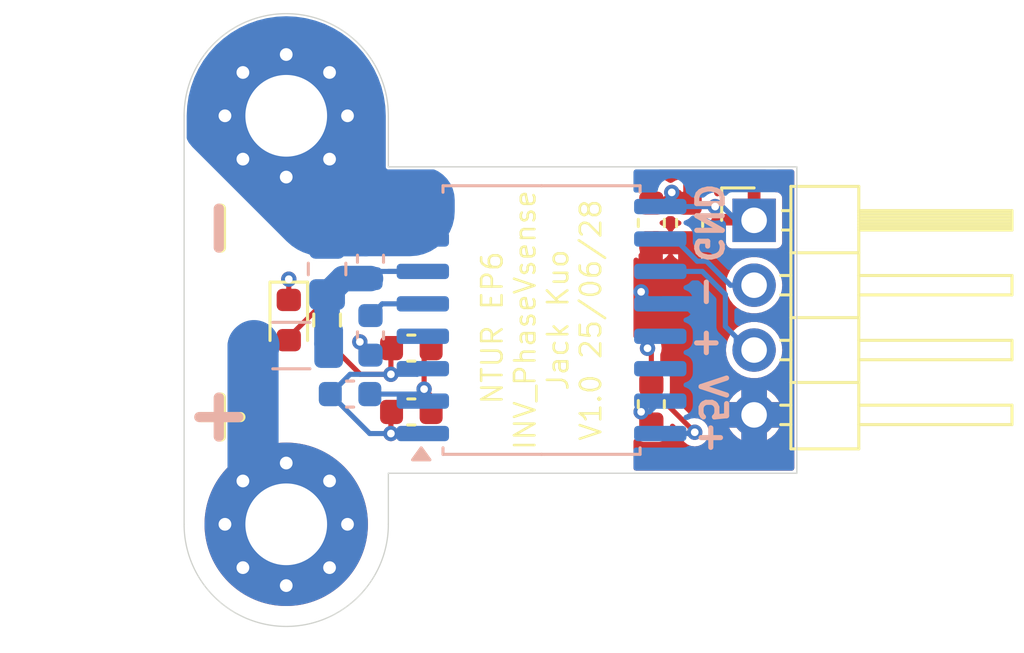
<source format=kicad_pcb>
(kicad_pcb (version 20240108) (generator "pcbnew") (generator_version "8.0")
  (title_block (title "MOT_PhaseVsense") (date "2025-06-28") (rev "1.0") (company "NTURacing") (comment 1 "Jack Kuo 郭哲明"))
  (layers (0 "F.Cu" signal) (1 "In1.Cu" signal) (2 "In2.Cu" signal) (31 "B.Cu" signal) (34 "B.Paste" user) (35 "F.Paste" user) (36 "B.SilkS" user "B.Silkscreen") (37 "F.SilkS" user "F.Silkscreen") (38 "B.Mask" user) (39 "F.Mask" user) (44 "Edge.Cuts" user))
  (net 0 "")
  (net 1 "GND")
  (net 2 "+5V")
  (net 3 "/ISO_5V")
  (net 4 "/ISO_GND")
  (net 5 "Net-(D1-A)")
  (net 6 "Net-(U1-DCDC_IN)")
  (net 7 "Net-(U1-HLDO_OUT)")
  (net 10 "Net-(U1-IN)")
  (net 11 "Net-(H1-Pad1)")
  (net 12 "/Vout-")
  (net 13 "/Vout+")
  (footprint "Capacitor_SMD:C_0603_1608Metric" (layer "F.Cu") (at 125.4 96.8)
    (property "Reference" "C2" (hide yes))
    (property "Value" "1u")
    (fp_line (start -0.14058 -0.51) (end 0.14058 -0.51) (stroke (width 0.12)) (layer "F.SilkS"))
    (fp_line (start -0.14058 0.51) (end 0.14058 0.51) (stroke (width 0.12)) (layer "F.SilkS"))
    (pad "1" smd roundrect (at -0.775 0) (size 0.9 0.95) (layers "F.Cu" "F.Paste" "F.Mask") (net 3 "/ISO_5V"))
    (pad "2" smd roundrect (at 0.775 0) (size 0.9 0.95) (layers "F.Cu" "F.Paste" "F.Mask") (net 4 "/ISO_GND"))
  )
  (footprint "LED_SMD:LED_0603_1608Metric" (layer "F.Cu") (at 120.6 93.2 -90)
    (property "Reference" "D1" (hide yes))
    (property "Value" "RED LED")
    (fp_line (start -1.485 0.735) (end 0.8 0.735) (stroke (width 0.12)) (layer "F.SilkS"))
    (fp_line (start -1.485 -0.735) (end -1.485 0.735) (stroke (width 0.12)) (layer "F.SilkS"))
    (fp_line (start 0.8 -0.735) (end -1.485 -0.735) (stroke (width 0.12)) (layer "F.SilkS"))
    (pad "1" smd roundrect (at -0.7875 0 270) (size 0.875 0.95) (layers "F.Cu" "F.Paste" "F.Mask") (net 4 "/ISO_GND"))
    (pad "2" smd roundrect (at 0.7875 0 270) (size 0.875 0.95) (layers "F.Cu" "F.Paste" "F.Mask") (net 5 "Net-(D1-A)"))
  )
  (footprint "Capacitor_SMD:C_0603_1608Metric" (layer "F.Cu") (at 134.8 96.495 -90)
    (property "Reference" "C11" (hide yes))
    (property "Value" "100n")
    (fp_line (start -0.14058 0.51) (end 0.14058 0.51) (stroke (width 0.12)) (layer "F.SilkS"))
    (fp_line (start -0.14058 -0.51) (end 0.14058 -0.51) (stroke (width 0.12)) (layer "F.SilkS"))
    (pad "1" smd roundrect (at -0.775 0 270) (size 0.9 0.95) (layers "F.Cu" "F.Paste" "F.Mask") (net 6 "Net-(U1-DCDC_IN)"))
    (pad "2" smd roundrect (at 0.775 0 270) (size 0.9 0.95) (layers "F.Cu" "F.Paste" "F.Mask") (net 1 "GND"))
  )
  (footprint "Capacitor_SMD:C_0603_1608Metric" (layer "F.Cu") (at 136.3 89.4 90)
    (property "Reference" "C1" (hide yes))
    (property "Value" "1n")
    (fp_line (start -0.14058 -0.51) (end 0.14058 -0.51) (stroke (width 0.12)) (layer "F.SilkS"))
    (fp_line (start -0.14058 0.51) (end 0.14058 0.51) (stroke (width 0.12)) (layer "F.SilkS"))
    (pad "1" smd roundrect (at -0.775 0 90) (size 0.9 0.95) (layers "F.Cu" "F.Paste" "F.Mask") (net 2 "+5V"))
    (pad "2" smd roundrect (at 0.775 0 90) (size 0.9 0.95) (layers "F.Cu" "F.Paste" "F.Mask") (net 1 "GND"))
  )
  (footprint "Resistor_SMD:R_0603_1608Metric" (layer "F.Cu") (at 122.1 93.2 90)
    (property "Reference" "R1" (hide yes))
    (property "Value" "10k")
    (fp_line (start -0.237258 -0.5225) (end 0.237258 -0.5225) (stroke (width 0.12)) (layer "F.SilkS"))
    (fp_line (start -0.237258 0.5225) (end 0.237258 0.5225) (stroke (width 0.12)) (layer "F.SilkS"))
    (pad "1" smd roundrect (at -0.825 0 90) (size 0.8 0.95) (layers "F.Cu" "F.Paste" "F.Mask") (net 3 "/ISO_5V"))
    (pad "2" smd roundrect (at 0.825 0 90) (size 0.8 0.95) (layers "F.Cu" "F.Paste" "F.Mask") (net 5 "Net-(D1-A)"))
  )
  (footprint "Capacitor_SMD:C_0603_1608Metric" (layer "F.Cu") (at 125.4 94.3)
    (property "Reference" "C3" (hide yes))
    (property "Value" "100n")
    (fp_line (start -0.14058 -0.51) (end 0.14058 -0.51) (stroke (width 0.12)) (layer "F.SilkS"))
    (fp_line (start -0.14058 0.51) (end 0.14058 0.51) (stroke (width 0.12)) (layer "F.SilkS"))
    (pad "1" smd roundrect (at -0.775 0) (size 0.9 0.95) (layers "F.Cu" "F.Paste" "F.Mask") (net 3 "/ISO_5V"))
    (pad "2" smd roundrect (at 0.775 0) (size 0.9 0.95) (layers "F.Cu" "F.Paste" "F.Mask") (net 4 "/ISO_GND"))
  )
  (footprint "Connector_PinHeader_2.54mm:PinHeader_1x04_P2.54mm_Horizontal" (layer "F.Cu") (at 138.825 89.295)
    (property "Reference" "J13" (hide yes))
    (property "Value" "motorTemp")
    (fp_line (start -1.27 -1.27) (end 0 -1.27) (stroke (width 0.12)) (layer "F.SilkS"))
    (fp_line (start -1.27 0) (end -1.27 -1.27) (stroke (width 0.12)) (layer "F.SilkS"))
    (fp_line (start 1.042929 2.16) (end 1.44 2.16) (stroke (width 0.12)) (layer "F.SilkS"))
    (fp_line (start 1.042929 2.92) (end 1.44 2.92) (stroke (width 0.12)) (layer "F.SilkS"))
    (fp_line (start 1.042929 4.7) (end 1.44 4.7) (stroke (width 0.12)) (layer "F.SilkS"))
    (fp_line (start 1.042929 5.46) (end 1.44 5.46) (stroke (width 0.12)) (layer "F.SilkS"))
    (fp_line (start 1.042929 7.24) (end 1.44 7.24) (stroke (width 0.12)) (layer "F.SilkS"))
    (fp_line (start 1.042929 8) (end 1.44 8) (stroke (width 0.12)) (layer "F.SilkS"))
    (fp_line (start 1.11 -0.38) (end 1.44 -0.38) (stroke (width 0.12)) (layer "F.SilkS"))
    (fp_line (start 1.11 0.38) (end 1.44 0.38) (stroke (width 0.12)) (layer "F.SilkS"))
    (fp_line (start 1.44 -1.33) (end 1.44 8.95) (stroke (width 0.12)) (layer "F.SilkS"))
    (fp_line (start 1.44 1.27) (end 4.1 1.27) (stroke (width 0.12)) (layer "F.SilkS"))
    (fp_line (start 1.44 3.81) (end 4.1 3.81) (stroke (width 0.12)) (layer "F.SilkS"))
    (fp_line (start 1.44 6.35) (end 4.1 6.35) (stroke (width 0.12)) (layer "F.SilkS"))
    (fp_line (start 1.44 8.95) (end 4.1 8.95) (stroke (width 0.12)) (layer "F.SilkS"))
    (fp_line (start 4.1 -1.33) (end 1.44 -1.33) (stroke (width 0.12)) (layer "F.SilkS"))
    (fp_line (start 4.1 -0.38) (end 10.1 -0.38) (stroke (width 0.12)) (layer "F.SilkS"))
    (fp_line (start 4.1 -0.32) (end 10.1 -0.32) (stroke (width 0.12)) (layer "F.SilkS"))
    (fp_line (start 4.1 -0.2) (end 10.1 -0.2) (stroke (width 0.12)) (layer "F.SilkS"))
    (fp_line (start 4.1 -0.08) (end 10.1 -0.08) (stroke (width 0.12)) (layer "F.SilkS"))
    (fp_line (start 4.1 0.04) (end 10.1 0.04) (stroke (width 0.12)) (layer "F.SilkS"))
    (fp_line (start 4.1 0.16) (end 10.1 0.16) (stroke (width 0.12)) (layer "F.SilkS"))
    (fp_line (start 4.1 0.28) (end 10.1 0.28) (stroke (width 0.12)) (layer "F.SilkS"))
    (fp_line (start 4.1 2.16) (end 10.1 2.16) (stroke (width 0.12)) (layer "F.SilkS"))
    (fp_line (start 4.1 4.7) (end 10.1 4.7) (stroke (width 0.12)) (layer "F.SilkS"))
    (fp_line (start 4.1 7.24) (end 10.1 7.24) (stroke (width 0.12)) (layer "F.SilkS"))
    (fp_line (start 4.1 8.95) (end 4.1 -1.33) (stroke (width 0.12)) (layer "F.SilkS"))
    (fp_line (start 10.1 -0.38) (end 10.1 0.38) (stroke (width 0.12)) (layer "F.SilkS"))
    (fp_line (start 10.1 0.38) (end 4.1 0.38) (stroke (width 0.12)) (layer "F.SilkS"))
    (fp_line (start 10.1 2.16) (end 10.1 2.92) (stroke (width 0.12)) (layer "F.SilkS"))
    (fp_line (start 10.1 2.92) (end 4.1 2.92) (stroke (width 0.12)) (layer "F.SilkS"))
    (fp_line (start 10.1 4.7) (end 10.1 5.46) (stroke (width 0.12)) (layer "F.SilkS"))
    (fp_line (start 10.1 5.46) (end 4.1 5.46) (stroke (width 0.12)) (layer "F.SilkS"))
    (fp_line (start 10.1 7.24) (end 10.1 8) (stroke (width 0.12)) (layer "F.SilkS"))
    (fp_line (start 10.1 8) (end 4.1 8) (stroke (width 0.12)) (layer "F.SilkS"))
    (pad "1" thru_hole rect (at 0 0) (size 1.7 1.7) (drill 1) (layers "*.Cu" "*.Mask") (net 1 "GND"))
    (pad "2" thru_hole oval (at 0 2.54) (size 1.7 1.7) (drill 1) (layers "*.Cu" "*.Mask") (net 12 "/Vout-"))
    (pad "3" thru_hole oval (at 0 5.08) (size 1.7 1.7) (drill 1) (layers "*.Cu" "*.Mask") (net 13 "/Vout+"))
    (pad "4" thru_hole oval (at 0 7.62) (size 1.7 1.7) (drill 1) (layers "*.Cu" "*.Mask") (net 2 "+5V"))
  )
  (footprint "MountingHole:MountingHole_3.2mm_M3_Pad_Via" (layer "F.Cu") (at 120.5 101.2)
    (property "Reference" "H1" (hide yes))
    (property "Value" "HV+")
    (pad "1" thru_hole circle (at -2.4 0) (size 0.8 0.8) (drill 0.5) (layers "*.Cu" "*.Mask") (net 11 "Net-(H1-Pad1)"))
    (pad "1" thru_hole circle (at -1.697056 -1.697056) (size 0.8 0.8) (drill 0.5) (layers "*.Cu" "*.Mask") (net 11 "Net-(H1-Pad1)"))
    (pad "1" thru_hole circle (at -1.697056 1.697056) (size 0.8 0.8) (drill 0.5) (layers "*.Cu" "*.Mask") (net 11 "Net-(H1-Pad1)"))
    (pad "1" thru_hole circle (at 0 -2.4) (size 0.8 0.8) (drill 0.5) (layers "*.Cu" "*.Mask") (net 11 "Net-(H1-Pad1)"))
    (pad "1" thru_hole circle (at 0 0) (size 6.4 6.4) (drill 3.2) (layers "*.Cu" "*.Mask") (net 11 "Net-(H1-Pad1)"))
    (pad "1" thru_hole circle (at 0 2.4) (size 0.8 0.8) (drill 0.5) (layers "*.Cu" "*.Mask") (net 11 "Net-(H1-Pad1)"))
    (pad "1" thru_hole circle (at 1.697056 -1.697056) (size 0.8 0.8) (drill 0.5) (layers "*.Cu" "*.Mask") (net 11 "Net-(H1-Pad1)"))
    (pad "1" thru_hole circle (at 1.697056 1.697056) (size 0.8 0.8) (drill 0.5) (layers "*.Cu" "*.Mask") (net 11 "Net-(H1-Pad1)"))
    (pad "1" thru_hole circle (at 2.4 0) (size 0.8 0.8) (drill 0.5) (layers "*.Cu" "*.Mask") (net 11 "Net-(H1-Pad1)"))
  )
  (footprint "MountingHole:MountingHole_3.2mm_M3_Pad_Via" (layer "F.Cu") (at 120.5 85.2)
    (property "Reference" "H2" (hide yes))
    (property "Value" "HV-")
    (pad "1" thru_hole circle (at -2.4 0) (size 0.8 0.8) (drill 0.5) (layers "*.Cu" "*.Mask") (net 4 "/ISO_GND"))
    (pad "1" thru_hole circle (at -1.697056 -1.697056) (size 0.8 0.8) (drill 0.5) (layers "*.Cu" "*.Mask") (net 4 "/ISO_GND"))
    (pad "1" thru_hole circle (at -1.697056 1.697056) (size 0.8 0.8) (drill 0.5) (layers "*.Cu" "*.Mask") (net 4 "/ISO_GND"))
    (pad "1" thru_hole circle (at 0 -2.4) (size 0.8 0.8) (drill 0.5) (layers "*.Cu" "*.Mask") (net 4 "/ISO_GND"))
    (pad "1" thru_hole circle (at 0 0) (size 6.4 6.4) (drill 3.2) (layers "*.Cu" "*.Mask") (net 4 "/ISO_GND"))
    (pad "1" thru_hole circle (at 0 2.4) (size 0.8 0.8) (drill 0.5) (layers "*.Cu" "*.Mask") (net 4 "/ISO_GND"))
    (pad "1" thru_hole circle (at 1.697056 -1.697056) (size 0.8 0.8) (drill 0.5) (layers "*.Cu" "*.Mask") (net 4 "/ISO_GND"))
    (pad "1" thru_hole circle (at 1.697056 1.697056) (size 0.8 0.8) (drill 0.5) (layers "*.Cu" "*.Mask") (net 4 "/ISO_GND"))
    (pad "1" thru_hole circle (at 2.4 0) (size 0.8 0.8) (drill 0.5) (layers "*.Cu" "*.Mask") (net 4 "/ISO_GND"))
  )
  (footprint "Capacitor_SMD:C_0603_1608Metric" (layer "F.Cu") (at 134.8 89.395 90)
    (property "Reference" "C12" (hide yes))
    (property "Value" "1u")
    (fp_line (start -0.14058 -0.51) (end 0.14058 -0.51) (stroke (width 0.12)) (layer "F.SilkS"))
    (fp_line (start -0.14058 0.51) (end 0.14058 0.51) (stroke (width 0.12)) (layer "F.SilkS"))
    (pad "1" smd roundrect (at -0.775 0 90) (size 0.9 0.95) (layers "F.Cu" "F.Paste" "F.Mask") (net 2 "+5V"))
    (pad "2" smd roundrect (at 0.775 0 90) (size 0.9 0.95) (layers "F.Cu" "F.Paste" "F.Mask") (net 1 "GND"))
  )
  (footprint "Resistor_SMD:R_0805_2012Metric_Pad1.20x1.40mm_HandSolder" (layer "B.Cu") (at 122.1 91.2 90)
    (property "Reference" "R8" (hide yes))
    (property "Value" "2k2")
    (fp_line (start 0.227064 -0.735) (end -0.227064 -0.735) (stroke (width 0.12)) (layer "B.SilkS"))
    (fp_line (start 0.227064 0.735) (end -0.227064 0.735) (stroke (width 0.12)) (layer "B.SilkS"))
    (pad "1" smd roundrect (at -1 0 90) (size 1.2 1.4) (layers "B.Cu" "B.Paste" "B.Mask") (roundrect_rratio 0.208333) (net 10 "Net-(U1-IN)"))
    (pad "2" smd roundrect (at 1 0 90) (size 1.2 1.4) (layers "B.Cu" "B.Paste" "B.Mask") (roundrect_rratio 0.208333) (net 4 "/ISO_GND"))
  )
  (footprint "Capacitor_SMD:C_0603_1608Metric" (layer "B.Cu") (at 123.8 90.8 90)
    (property "Reference" "C13" (hide yes))
    (property "Value" "100p")
    (fp_line (start 0.14058 -0.51) (end -0.14058 -0.51) (stroke (width 0.12)) (layer "B.SilkS"))
    (fp_line (start 0.14058 0.51) (end -0.14058 0.51) (stroke (width 0.12)) (layer "B.SilkS"))
    (pad "1" smd roundrect (at -0.775 0 90) (size 0.9 0.95) (layers "B.Cu" "B.Paste" "B.Mask") (net 10 "Net-(U1-IN)"))
    (pad "2" smd roundrect (at 0.775 0 90) (size 0.9 0.95) (layers "B.Cu" "B.Paste" "B.Mask") (net 4 "/ISO_GND"))
  )
  (footprint "Package_SO:SOIC-16W_7.5x10.3mm_P1.27mm" (layer "B.Cu") (at 130.5 93.2)
    (property "Reference" "U1" (hide yes))
    (property "Value" "AMC3330")
    (fp_line (start -3.86 -5.26) (end 0 -5.26) (stroke (width 0.12)) (layer "B.SilkS"))
    (fp_line (start -3.86 -5.005) (end -3.86 -5.26) (stroke (width 0.12)) (layer "B.SilkS"))
    (fp_line (start -3.86 5.005) (end -3.86 5.26) (stroke (width 0.12)) (layer "B.SilkS"))
    (fp_line (start -3.86 5.26) (end 0 5.26) (stroke (width 0.12)) (layer "B.SilkS"))
    (fp_line (start 3.86 -5.26) (end 0 -5.26) (stroke (width 0.12)) (layer "B.SilkS"))
    (fp_line (start 3.86 -5.005) (end 3.86 -5.26) (stroke (width 0.12)) (layer "B.SilkS"))
    (fp_line (start 3.86 5.005) (end 3.86 5.26) (stroke (width 0.12)) (layer "B.SilkS"))
    (fp_line (start 3.86 5.26) (end 0 5.26) (stroke (width 0.12)) (layer "B.SilkS"))
    (fp_poly (pts (xy -4.7125 5.005) (xy -5.0525 5.475) (xy -4.3725 5.475) (xy -4.7125 5.005)) (stroke (width 0.12)) (fill solid) (layer "B.SilkS"))
    (pad "1" smd roundrect (at -4.65 4.445) (size 2.05 0.6) (layers "B.Cu" "B.Paste" "B.Mask") (net 3 "/ISO_5V"))
    (pad "2" smd roundrect (at -4.65 3.175) (size 2.05 0.6) (layers "B.Cu" "B.Paste" "B.Mask") (net 4 "/ISO_GND"))
    (pad "3" smd roundrect (at -4.65 1.905) (size 2.05 0.6) (layers "B.Cu" "B.Paste" "B.Mask") (net 3 "/ISO_5V"))
    (pad "4" smd roundrect (at -4.65 0.635) (size 2.05 0.6) (layers "B.Cu" "B.Paste" "B.Mask"))
    (pad "5" smd roundrect (at -4.65 -0.635) (size 2.05 0.6) (layers "B.Cu" "B.Paste" "B.Mask") (net 7 "Net-(U1-HLDO_OUT)"))
    (pad "6" smd roundrect (at -4.65 -1.905) (size 2.05 0.6) (layers "B.Cu" "B.Paste" "B.Mask") (net 10 "Net-(U1-IN)"))
    (pad "7" smd roundrect (at -4.65 -3.175) (size 2.05 0.6) (layers "B.Cu" "B.Paste" "B.Mask") (net 4 "/ISO_GND"))
    (pad "8" smd roundrect (at -4.65 -4.445) (size 2.05 0.6) (layers "B.Cu" "B.Paste" "B.Mask") (net 4 "/ISO_GND"))
    (pad "9" smd roundrect (at 4.65 -4.445) (size 2.05 0.6) (layers "B.Cu" "B.Paste" "B.Mask") (net 1 "GND"))
    (pad "10" smd roundrect (at 4.65 -3.175) (size 2.05 0.6) (layers "B.Cu" "B.Paste" "B.Mask") (net 12 "/Vout-"))
    (pad "11" smd roundrect (at 4.65 -1.905) (size 2.05 0.6) (layers "B.Cu" "B.Paste" "B.Mask") (net 13 "/Vout+"))
    (pad "12" smd roundrect (at 4.65 -0.635) (size 2.05 0.6) (layers "B.Cu" "B.Paste" "B.Mask") (net 2 "+5V"))
    (pad "13" smd roundrect (at 4.65 0.635) (size 2.05 0.6) (layers "B.Cu" "B.Paste" "B.Mask") (net 6 "Net-(U1-DCDC_IN)"))
    (pad "14" smd roundrect (at 4.65 1.905) (size 2.05 0.6) (layers "B.Cu" "B.Paste" "B.Mask"))
    (pad "15" smd roundrect (at 4.65 3.175) (size 2.05 0.6) (layers "B.Cu" "B.Paste" "B.Mask") (net 1 "GND"))
    (pad "16" smd roundrect (at 4.65 4.445) (size 2.05 0.6) (layers "B.Cu" "B.Paste" "B.Mask") (net 6 "Net-(U1-DCDC_IN)"))
  )
  (footprint "Resistor_SMD:R_1206_3216Metric" (layer "B.Cu") (at 120.7 94.2)
    (property "Reference" "R7" (hide yes))
    (property "Value" "10M 800V RCV120610M0FKEA")
    (fp_line (start 0.727064 -0.91) (end -0.727064 -0.91) (stroke (width 0.12)) (layer "B.SilkS"))
    (fp_line (start 0.727064 0.91) (end -0.727064 0.91) (stroke (width 0.12)) (layer "B.SilkS"))
    (pad "1" smd roundrect (at -1.4625 0) (size 1.125 1.75) (layers "B.Cu" "B.Paste" "B.Mask") (roundrect_rratio 0.222222) (net 11 "Net-(H1-Pad1)"))
    (pad "2" smd roundrect (at 1.4625 0) (size 1.125 1.75) (layers "B.Cu" "B.Paste" "B.Mask") (roundrect_rratio 0.222222) (net 10 "Net-(U1-IN)"))
  )
  (footprint "Capacitor_SMD:C_0603_1608Metric" (layer "B.Cu") (at 123.8 93.8 -90)
    (property "Reference" "C14" (hide yes))
    (property "Value" "100n")
    (fp_line (start 0.14058 0.51) (end -0.14058 0.51) (stroke (width 0.12)) (layer "B.SilkS"))
    (fp_line (start 0.14058 -0.51) (end -0.14058 -0.51) (stroke (width 0.12)) (layer "B.SilkS"))
    (pad "1" smd roundrect (at -0.775 0 270) (size 0.9 0.95) (layers "B.Cu" "B.Paste" "B.Mask") (net 7 "Net-(U1-HLDO_OUT)"))
    (pad "2" smd roundrect (at 0.775 0 270) (size 0.9 0.95) (layers "B.Cu" "B.Paste" "B.Mask") (net 4 "/ISO_GND"))
  )
  (footprint "Capacitor_SMD:C_0603_1608Metric" (layer "B.Cu") (at 123 96.1)
    (property "Reference" "C10" (hide yes))
    (property "Value" "1n")
    (fp_line (start 0.14058 -0.51) (end -0.14058 -0.51) (stroke (width 0.12)) (layer "B.SilkS"))
    (fp_line (start 0.14058 0.51) (end -0.14058 0.51) (stroke (width 0.12)) (layer "B.SilkS"))
    (pad "1" smd roundrect (at -0.775 0) (size 0.9 0.95) (layers "B.Cu" "B.Paste" "B.Mask") (net 3 "/ISO_5V"))
    (pad "2" smd roundrect (at 0.775 0) (size 0.9 0.95) (layers "B.Cu" "B.Paste" "B.Mask") (net 4 "/ISO_GND"))
  )
  (gr_line (start 140.5 87.2) (end 140.5 99.2) (stroke (width 0.05)) (layer "Edge.Cuts"))
  (gr_arc (start 124.5 101.2) (mid 120.5 105.2) (end 116.5 101.2) (stroke (width 0.05)) (layer "Edge.Cuts"))
  (gr_line (start 140.5 99.2) (end 124.5 99.2) (stroke (width 0.05)) (layer "Edge.Cuts"))
  (gr_line (start 124.5 85.2) (end 124.5 87.2) (stroke (width 0.05)) (layer "Edge.Cuts"))
  (gr_line (start 124.5 87.2) (end 140.5 87.2) (stroke (width 0.05)) (layer "Edge.Cuts"))
  (gr_line (start 124.5 99.2) (end 124.5 101.2) (stroke (width 0.05)) (layer "Edge.Cuts"))
  (gr_line (start 116.5 101.2) (end 116.5 85.2) (stroke (width 0.05)) (layer "Edge.Cuts"))
  (gr_arc (start 116.5 85.2) (mid 120.5 81.2) (end 124.5 85.2) (stroke (width 0.05)) (layer "Edge.Cuts"))
  (gr_text "+5V" (at 137.2 96.9 -90) (layer "B.SilkS") (effects (font (size 1 1) (thickness 0.2) (bold yes)) (justify mirror)))
  (gr_text "GND" (at 137.03 89.4 -90) (layer "B.SilkS") (effects (font (size 1 1) (thickness 0.2) (bold yes)) (justify mirror)))
  (gr_text "+ -" (at 137.025 93.095 -90) (layer "B.SilkS") (effects (font (size 1 1) (thickness 0.2) (bold yes)) (justify mirror)))
  (gr_text "-" (at 118 89.6 -90) (layer "B.SilkS") (effects (font (size 2 2) (thickness 0.4) (bold yes)) (justify mirror)))
  (gr_text "+" (at 118 97 270) (layer "B.SilkS") (effects (font (size 2 2) (thickness 0.4) (bold yes)) (justify mirror)))
  (gr_text "+" (at 117.8 97 90) (layer "F.SilkS") (effects (font (size 2 2) (thickness 0.4) (bold yes))))
  (gr_text "-" (at 117.8 89.6 90) (layer "F.SilkS") (effects (font (size 2 2) (thickness 0.4) (bold yes))))
  (gr_text "NTUR EP6 \nINV_PhaseVsense\nJack Kuo\nV1.0 25/06/28" (at 130.5 93.2 90) (layer "F.SilkS") (effects (font (size 0.8 0.8) (thickness 0.1))))
  (segment (start 135.6 88.2) (end 135.875 88.2) (width 0.2) (layer "F.Cu") (net 1))
  (segment (start 135.6 88.2) (end 135.18 88.62) (width 0.2) (layer "F.Cu") (net 1))
  (segment (start 135.875 88.2) (end 136.3 88.625) (width 0.2) (layer "F.Cu") (net 1))
  (segment (start 135.18 88.62) (end 134.8 88.62) (width 0.2) (layer "F.Cu") (net 1))
  (segment (start 134.8 97.195) (end 134.4 96.795) (width 0.2) (layer "F.Cu") (net 1))
  (segment (start 134.8 97.27) (end 134.8 97.195) (width 0.2) (layer "F.Cu") (net 1))
  (segment (start 136.43 88.755) (end 136.3 88.625) (width 0.2) (layer "F.Cu") (net 1))
  (segment (start 137.3 88.755) (end 136.43 88.755) (width 0.2) (layer "F.Cu") (net 1))
  (via (at 137.3 88.755) (size 0.6) (drill 0.3) (layers "F.Cu" "B.Cu") (net 1))
  (via (at 135.6 88.2) (size 0.6) (drill 0.3) (layers "F.Cu" "B.Cu") (net 1))
  (via (at 134.4 96.795) (size 0.6) (drill 0.3) (layers "F.Cu" "B.Cu") (net 1))
  (segment (start 134.4 96.795) (end 134.73 96.795) (width 0.2) (layer "B.Cu") (net 1))
  (segment (start 137.3 88.755) (end 135.15 88.755) (width 0.2) (layer "B.Cu") (net 1))
  (segment (start 135.6 88.305) (end 135.15 88.755) (width 0.2) (layer "B.Cu") (net 1))
  (segment (start 134.73 96.795) (end 135.15 96.375) (width 0.2) (layer "B.Cu") (net 1))
  (segment (start 135.6 88.2) (end 135.6 88.305) (width 0.2) (layer "B.Cu") (net 1))
  (segment (start 138.125 89.295) (end 137.585 88.755) (width 0.2) (layer "B.Cu") (net 1))
  (segment (start 137.585 88.755) (end 137.3 88.755) (width 0.2) (layer "B.Cu") (net 1))
  (segment (start 134.4 92.095) (end 134.4 90.67) (width 0.2) (layer "F.Cu") (net 2))
  (segment (start 134.4 90.67) (end 134.8 90.27) (width 0.2) (layer "F.Cu") (net 2))
  (via (at 134.4 92.095) (size 0.6) (drill 0.3) (layers "F.Cu" "B.Cu") (net 2))
  (segment (start 136.6 95.39) (end 136.6 93.095) (width 0.2) (layer "B.Cu") (net 2))
  (segment (start 136.07 92.565) (end 135.15 92.565) (width 0.2) (layer "B.Cu") (net 2))
  (segment (start 135.15 92.565) (end 134.87 92.565) (width 0.2) (layer "B.Cu") (net 2))
  (segment (start 138.125 96.915) (end 136.6 95.39) (width 0.2) (layer "B.Cu") (net 2))
  (segment (start 136.6 93.095) (end 136.07 92.565) (width 0.2) (layer "B.Cu") (net 2))
  (segment (start 134.87 92.565) (end 134.4 92.095) (width 0.2) (layer "B.Cu") (net 2))
  (segment (start 124.6 94.325) (end 124.625 94.3) (width 0.2) (layer "F.Cu") (net 3))
  (segment (start 123.4 95.325) (end 124.6 95.325) (width 0.2) (layer "F.Cu") (net 3))
  (segment (start 122.1 94.025) (end 123.4 95.325) (width 0.2) (layer "F.Cu") (net 3))
  (segment (start 124.6 96.825) (end 124.625 96.8) (width 0.2) (layer "F.Cu") (net 3))
  (segment (start 124.6 95.325) (end 124.6 94.325) (width 0.2) (layer "F.Cu") (net 3))
  (segment (start 124.6 97.645) (end 124.6 96.825) (width 0.2) (layer "F.Cu") (net 3))
  (via (at 124.6 95.325) (size 0.6) (drill 0.3) (layers "F.Cu" "B.Cu") (net 3))
  (via (at 124.6 97.645) (size 0.6) (drill 0.3) (layers "F.Cu" "B.Cu") (net 3))
  (segment (start 123.77 97.645) (end 122.225 96.1) (width 0.2) (layer "B.Cu") (net 3))
  (segment (start 123 95.325) (end 122.225 96.1) (width 0.2) (layer "B.Cu") (net 3))
  (segment (start 124.6 97.645) (end 125.85 97.645) (width 0.2) (layer "B.Cu") (net 3))
  (segment (start 125.63 95.325) (end 124.6 95.325) (width 0.2) (layer "B.Cu") (net 3))
  (segment (start 124.6 95.325) (end 123 95.325) (width 0.2) (layer "B.Cu") (net 3))
  (segment (start 124.6 97.645) (end 123.77 97.645) (width 0.2) (layer "B.Cu") (net 3))
  (segment (start 125.85 95.105) (end 125.63 95.325) (width 0.2) (layer "B.Cu") (net 3))
  (segment (start 120.6 91.6) (end 120.6 92.4125) (width 0.2) (layer "F.Cu") (net 4))
  (segment (start 125.9 95.904999) (end 126.175 96.179999) (width 0.2) (layer "F.Cu") (net 4))
  (segment (start 125.9 94.575) (end 126.175 94.3) (width 0.2) (layer "F.Cu") (net 4))
  (segment (start 126.175 96.179999) (end 126.175 96.8) (width 0.2) (layer "F.Cu") (net 4))
  (segment (start 125.9 95.904999) (end 125.9 94.575) (width 0.2) (layer "F.Cu") (net 4))
  (via (at 125.9 95.904999) (size 0.6) (drill 0.3) (layers "F.Cu" "B.Cu") (net 4))
  (via (at 120.6 91.6) (size 0.6) (drill 0.3) (layers "F.Cu" "B.Cu") (net 4))
  (via (at 123.383366 94.056058) (size 0.6) (drill 0.3) (layers "F.Cu" "B.Cu") (net 4))
  (segment (start 122.1 90.2) (end 123.625 90.2) (width 1) (layer "B.Cu") (net 4))
  (segment (start 120.5 85.2) (end 120.5 88.6) (width 1) (layer "B.Cu") (net 4))
  (segment (start 123.775 96.1) (end 125.575 96.1) (width 0.2) (layer "B.Cu") (net 4))
  (segment (start 123.625 90.2) (end 123.8 90.025) (width 1) (layer "B.Cu") (net 4))
  (segment (start 120.5 88.6) (end 122.1 90.2) (width 1) (layer "B.Cu") (net 4))
  (segment (start 123.8 94.472692) (end 123.383366 94.056058) (width 0.2) (layer "B.Cu") (net 4))
  (segment (start 125.9 95.904999) (end 125.85 95.954999) (width 0.2) (layer "B.Cu") (net 4))
  (segment (start 125.85 95.954999) (end 125.85 96.375) (width 0.2) (layer "B.Cu") (net 4))
  (segment (start 123.8 94.575) (end 123.8 94.472692) (width 0.2) (layer "B.Cu") (net 4))
  (segment (start 123.8 90.025) (end 125.85 90.025) (width 1) (layer "B.Cu") (net 4))
  (segment (start 125.575 96.1) (end 125.85 96.375) (width 0.2) (layer "B.Cu") (net 4))
  (segment (start 120.6 93.9875) (end 120.6 93.875) (width 0.2) (layer "F.Cu") (net 5))
  (segment (start 120.6 93.875) (end 122.1 92.375) (width 0.2) (layer "F.Cu") (net 5))
  (segment (start 136.5 97.595) (end 134.8 95.895) (width 0.2) (layer "F.Cu") (net 6))
  (segment (start 134.8 94.455001) (end 134.8 95.72) (width 0.2) (layer "F.Cu") (net 6))
  (segment (start 134.8 95.895) (end 134.8 95.72) (width 0.2) (layer "F.Cu") (net 6))
  (segment (start 134.65 94.305001) (end 134.8 94.455001) (width 0.2) (layer "F.Cu") (net 6))
  (via (at 134.65 94.305001) (size 0.6) (drill 0.3) (layers "F.Cu" "B.Cu") (net 6))
  (via (at 136.5 97.595) (size 0.6) (drill 0.3) (layers "F.Cu" "B.Cu") (net 6))
  (segment (start 136.45 97.645) (end 136.5 97.595) (width 0.2) (layer "B.Cu") (net 6))
  (segment (start 135.15 97.645) (end 136.45 97.645) (width 0.2) (layer "B.Cu") (net 6))
  (segment (start 124.26 92.565) (end 125.85 92.565) (width 0.2) (layer "B.Cu") (net 7))
  (segment (start 123.8 93.025) (end 124.26 92.565) (width 0.2) (layer "B.Cu") (net 7))
  (segment (start 124.08 91.295) (end 123.8 91.575) (width 0.2) (layer "B.Cu") (net 10))
  (segment (start 124.5 91.295) (end 125.85 91.295) (width 0.2) (layer "B.Cu") (net 10))
  (segment (start 125.85 91.295) (end 124.08 91.295) (width 0.2) (layer "B.Cu") (net 10))
  (segment (start 123.8 91.575) (end 122.725 91.575) (width 1) (layer "B.Cu") (net 10))
  (segment (start 122.725 91.575) (end 122.1 92.2) (width 1) (layer "B.Cu") (net 10))
  (segment (start 122.1 94.1375) (end 122.1625 94.2) (width 1) (layer "B.Cu") (net 10))
  (segment (start 122.1 92.2) (end 122.1 94.1375) (width 1) (layer "B.Cu") (net 10))
  (segment (start 119.2 94.2375) (end 119.2 99.9) (width 2) (layer "B.Cu") (net 11))
  (segment (start 119.2375 94.2) (end 119.2 94.2375) (width 2) (layer "B.Cu") (net 11))
  (segment (start 119.2 99.9) (end 120.5 101.2) (width 2) (layer "B.Cu") (net 11))
  (segment (start 136.960686 90.895) (end 136.595 90.895) (width 0.2) (layer "B.Cu") (net 12))
  (segment (start 137.900686 91.835) (end 136.960686 90.895) (width 0.2) (layer "B.Cu") (net 12))
  (segment (start 138.125 91.835) (end 137.900686 91.835) (width 0.2) (layer "B.Cu") (net 12))
  (segment (start 135.725 90.025) (end 135.15 90.025) (width 0.2) (layer "B.Cu") (net 12))
  (segment (start 136.595 90.895) (end 135.725 90.025) (width 0.2) (layer "B.Cu") (net 12))
  (segment (start 137.7 93.449448) (end 138.125 93.874448) (width 0.2) (layer "B.Cu") (net 13))
  (segment (start 135.15 91.295) (end 136.795 91.295) (width 0.2) (layer "B.Cu") (net 13))
  (segment (start 136.795 91.295) (end 137.7 92.2) (width 0.2) (layer "B.Cu") (net 13))
  (segment (start 137.7 92.2) (end 137.7 93.449448) (width 0.2) (layer "B.Cu") (net 13))
  (segment (start 138.125 93.874448) (end 138.125 94.375) (width 0.2) (layer "B.Cu") (net 13))
  (zone (net 1) (net_name "GND") (layer "F.Cu") (priority 2) (connect_pads (clearance 0.25)) (min_thickness 0.25) (fill yes (thermal_gap 0.5) (thermal_bridge_width 0.5))
    (polygon (pts (xy 135 87.095) (xy 139.4 87.095) (xy 139.4 89.295) (xy 139.2 89.495) (xy 135.4 89.495) (xy 135 89.095)))
  )
  (zone (net 2) (net_name "+5V") (layers "F&B.Cu") (connect_pads (clearance 0.25)) (min_thickness 0.2) (fill yes (thermal_gap 0.25) (thermal_bridge_width 1))
    (polygon (pts (xy 140.5 87.2) (xy 140.5 99.2) (xy 134.1 99.2) (xy 134.1 99.2) (xy 134.1 87.2)))
  )
  (zone (net 4) (net_name "/ISO_GND") (layer "B.Cu") (priority 3) (connect_pads yes (clearance 0.25)) (min_thickness 0.25) (fill yes (thermal_gap 0.5) (thermal_bridge_width 0.5) (smoothing fillet) (radius 2))
    (polygon (pts (xy 118.5 81.2) (xy 126.9 81.2) (xy 127.1 81.4) (xy 127.1 90.7) (xy 121.1 90.7) (xy 116.3 85.9) (xy 116.3 83.4)))
  )
)
</source>
